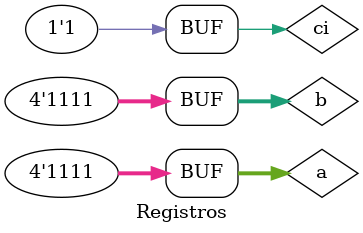
<source format=v>
module fullAdder (output s0, output carryOut, 
                  input x,input y, input carryIn);
						
assign s0 = (x^y)^carryIn;
assign carryOut = (((x^y)&carryIn)|(x&y));

endmodule

module Registros;

reg [3:0]a, b;
reg ci;
wire s0, s1, s2, s3;
wire co0, co1, co2, co3;

fullAdder A(s0, co0, a[0], b[0], ci);
fullAdder B(s1, co1, a[1], b[1], co0);
fullAdder C(s2, co2, a[2], b[2], co1);
fullAdder D(s3, co3, a[3], b[3], co2);

initial begin:start 
a=4'b0000; b=4'b0000;
ci=1'b0; 
end

initial begin 
$display("Exemplo0021 - Miller - 449048"); 
$display("Test LU's module:");
$display("");
$monitor("%b + %b = (%b)%b%b%b%b", a, b, co3, s3, s2, s1, s0);
#1	a=4'b0101;	b=4'b1001; 
#1	a=4'b0010;	b=4'b1000;
#1	a=4'b1010;	b=4'b1000;
#1	a=4'b0110;	b=4'b0000;
#1	a=4'b0010;	b=4'b1111;
#1	a=4'b1111;	b=4'b1111;
#1	a=4'b0000;	b=4'b0000; ci=1'b1;
$display("");
$display("Quando o carry-in do primeiro somador igual a 1:");
$display("");
#1	a=4'b0101;	b=4'b1001; 
#1	a=4'b1100;	b=4'b0111;
#1	a=4'b0110;	b=4'b0000;
#1	a=4'b1111;	b=4'b1111;

end
endmodule
</source>
